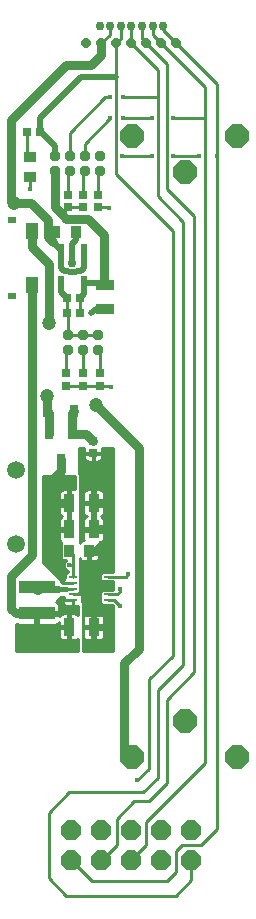
<source format=gtl>
G75*
%MOIN*%
%OFA0B0*%
%FSLAX25Y25*%
%IPPOS*%
%LPD*%
%AMOC8*
5,1,8,0,0,1.08239X$1,22.5*
%
%ADD10OC8,0.06600*%
%ADD11OC8,0.03248*%
%ADD12R,0.06496X0.09449*%
%ADD13R,0.03150X0.01102*%
%ADD14R,0.01102X0.02756*%
%ADD15R,0.12008X0.04488*%
%ADD16R,0.03800X0.06000*%
%ADD17R,0.03500X0.04200*%
%ADD18C,0.05906*%
%ADD19R,0.02700X0.03000*%
%ADD20R,0.04200X0.03500*%
%ADD21OC8,0.07800*%
%ADD22R,0.03000X0.04000*%
%ADD23R,0.03000X0.02700*%
%ADD24R,0.03150X0.03543*%
%ADD25R,0.03150X0.02362*%
%ADD26R,0.04134X0.05709*%
%ADD27R,0.06000X0.03800*%
%ADD28OC8,0.03543*%
%ADD29R,0.02165X0.03937*%
%ADD30C,0.00984*%
%ADD31C,0.02953*%
%ADD32C,0.01772*%
%ADD33C,0.03150*%
%ADD34C,0.02400*%
%ADD35C,0.01969*%
%ADD36C,0.01600*%
%ADD37C,0.03937*%
%ADD38C,0.04724*%
D10*
X0094681Y0066374D03*
X0094681Y0076374D03*
X0104681Y0076374D03*
X0104681Y0066374D03*
X0114681Y0066374D03*
X0114681Y0076374D03*
X0124681Y0076374D03*
X0124681Y0066374D03*
X0134681Y0066374D03*
X0134681Y0076374D03*
D11*
X0129681Y0338736D03*
X0124681Y0338736D03*
X0119681Y0338736D03*
X0114681Y0338736D03*
X0109681Y0338736D03*
X0104681Y0338736D03*
X0099681Y0338736D03*
D12*
X0100902Y0157004D03*
D13*
X0095094Y0157004D03*
X0095094Y0158972D03*
X0095094Y0160941D03*
X0095094Y0155035D03*
X0095094Y0153067D03*
X0106709Y0153067D03*
X0106709Y0155035D03*
X0106709Y0157004D03*
X0106709Y0158972D03*
X0106709Y0160941D03*
D14*
X0101886Y0163106D03*
X0099917Y0163106D03*
X0099917Y0150902D03*
X0101886Y0150902D03*
D15*
X0083185Y0148736D03*
X0083185Y0157398D03*
D16*
X0093849Y0144209D03*
X0102049Y0144209D03*
X0102049Y0176689D03*
X0102049Y0185547D03*
X0093849Y0185547D03*
X0093849Y0176689D03*
D17*
X0093840Y0169642D03*
X0100640Y0169642D03*
X0096034Y0275902D03*
X0089234Y0275902D03*
D18*
X0076295Y0196374D03*
X0076295Y0171768D03*
D19*
X0093290Y0248736D03*
X0093290Y0253854D03*
X0097490Y0253854D03*
X0097490Y0248736D03*
X0084104Y0309169D03*
X0079904Y0309169D03*
D20*
X0081020Y0300955D03*
X0081020Y0294155D03*
D21*
X0114898Y0307713D03*
X0132398Y0295713D03*
X0149898Y0307713D03*
X0132398Y0112713D03*
X0149898Y0100713D03*
X0114898Y0100713D03*
D22*
X0095459Y0216059D03*
X0086659Y0216059D03*
D23*
X0093028Y0224589D03*
X0093028Y0228789D03*
X0098539Y0228789D03*
X0098539Y0224589D03*
X0104051Y0224589D03*
X0104051Y0228789D03*
X0101886Y0206348D03*
X0101886Y0202148D03*
X0103657Y0284038D03*
X0103657Y0288238D03*
X0098539Y0288238D03*
X0098539Y0284038D03*
X0093421Y0284038D03*
X0093421Y0288238D03*
D24*
X0094799Y0208579D03*
X0091059Y0200311D03*
X0087319Y0208579D03*
D25*
X0074720Y0254642D03*
X0074720Y0279839D03*
D26*
X0081512Y0276197D03*
X0081512Y0258283D03*
D27*
X0106020Y0258348D03*
X0106020Y0250148D03*
D28*
X0103539Y0241394D03*
X0103539Y0236394D03*
X0098539Y0236394D03*
X0098539Y0241394D03*
X0093539Y0241394D03*
X0093539Y0236394D03*
X0094071Y0296236D03*
X0094071Y0301236D03*
X0089071Y0301236D03*
X0089071Y0296236D03*
X0099071Y0296236D03*
X0099071Y0301236D03*
X0104071Y0301236D03*
X0104071Y0296236D03*
D29*
X0098736Y0269799D03*
X0094996Y0269799D03*
X0091256Y0269799D03*
X0091256Y0259169D03*
X0098736Y0259169D03*
D30*
X0076295Y0145281D02*
X0076295Y0136335D01*
X0096965Y0136335D01*
X0096965Y0140330D01*
X0096943Y0140292D01*
X0096665Y0140015D01*
X0096325Y0139818D01*
X0095945Y0139717D01*
X0094307Y0139717D01*
X0094307Y0143751D01*
X0093391Y0143751D01*
X0090457Y0143751D01*
X0090457Y0141012D01*
X0090558Y0140633D01*
X0090755Y0140292D01*
X0091033Y0140015D01*
X0091373Y0139818D01*
X0091752Y0139717D01*
X0093391Y0139717D01*
X0093391Y0143751D01*
X0093391Y0144667D01*
X0093391Y0148701D01*
X0091752Y0148701D01*
X0091373Y0148599D01*
X0091033Y0148403D01*
X0090755Y0148125D01*
X0090681Y0147997D01*
X0090681Y0148244D01*
X0083677Y0148244D01*
X0083677Y0145000D01*
X0089385Y0145000D01*
X0089765Y0145102D01*
X0090105Y0145298D01*
X0090383Y0145576D01*
X0090457Y0145704D01*
X0090457Y0144667D01*
X0093391Y0144667D01*
X0094307Y0144667D01*
X0094307Y0148701D01*
X0095945Y0148701D01*
X0096325Y0148599D01*
X0096665Y0148403D01*
X0096943Y0148125D01*
X0096965Y0148087D01*
X0096965Y0151050D01*
X0096866Y0151024D01*
X0095095Y0151024D01*
X0095095Y0153067D01*
X0095094Y0153067D01*
X0095094Y0153067D01*
X0092028Y0153067D01*
X0092028Y0153815D01*
X0092091Y0154051D01*
X0091059Y0154051D01*
X0089460Y0152452D01*
X0089765Y0152371D01*
X0090105Y0152174D01*
X0090383Y0151896D01*
X0090579Y0151556D01*
X0090681Y0151177D01*
X0090681Y0149228D01*
X0083677Y0149228D01*
X0083677Y0148244D01*
X0082693Y0148244D01*
X0082693Y0145000D01*
X0076985Y0145000D01*
X0076605Y0145102D01*
X0076295Y0145281D01*
X0076295Y0145047D02*
X0076809Y0145047D01*
X0076295Y0144064D02*
X0093391Y0144064D01*
X0093391Y0143081D02*
X0094307Y0143081D01*
X0094307Y0142099D02*
X0093391Y0142099D01*
X0093391Y0141116D02*
X0094307Y0141116D01*
X0094307Y0140133D02*
X0093391Y0140133D01*
X0090914Y0140133D02*
X0076295Y0140133D01*
X0076295Y0139150D02*
X0096965Y0139150D01*
X0096965Y0138168D02*
X0076295Y0138168D01*
X0076295Y0137185D02*
X0096965Y0137185D01*
X0098449Y0137185D02*
X0108382Y0137185D01*
X0108382Y0138168D02*
X0098449Y0138168D01*
X0098449Y0139150D02*
X0108382Y0139150D01*
X0108382Y0140133D02*
X0104984Y0140133D01*
X0104865Y0140015D02*
X0105143Y0140292D01*
X0105339Y0140633D01*
X0105441Y0141012D01*
X0105441Y0143751D01*
X0102507Y0143751D01*
X0102507Y0144667D01*
X0101591Y0144667D01*
X0101591Y0148031D01*
X0101886Y0148031D01*
X0102507Y0148031D01*
X0102507Y0144667D01*
X0105441Y0144667D01*
X0105441Y0147405D01*
X0105339Y0147785D01*
X0105143Y0148125D01*
X0104865Y0148403D01*
X0104525Y0148599D01*
X0104145Y0148701D01*
X0103685Y0148701D01*
X0103827Y0148948D01*
X0103929Y0149327D01*
X0103929Y0150787D01*
X0104346Y0150787D01*
X0104726Y0150889D01*
X0105066Y0151086D01*
X0105344Y0151363D01*
X0105436Y0151524D01*
X0108220Y0151524D01*
X0108382Y0151362D01*
X0108382Y0148343D01*
X0098449Y0148343D01*
X0098449Y0154666D01*
X0097579Y0155535D01*
X0097358Y0155535D01*
X0097358Y0155739D01*
X0097661Y0156042D01*
X0097661Y0157966D01*
X0097639Y0157988D01*
X0097661Y0158010D01*
X0097661Y0159935D01*
X0097639Y0159957D01*
X0097661Y0159979D01*
X0097661Y0161903D01*
X0097465Y0162100D01*
X0097465Y0165665D01*
X0108382Y0165665D01*
X0108382Y0162484D01*
X0104723Y0162484D01*
X0104142Y0161903D01*
X0104142Y0159979D01*
X0104723Y0159398D01*
X0108382Y0159398D01*
X0108382Y0156579D01*
X0104723Y0156579D01*
X0104142Y0155998D01*
X0104142Y0154073D01*
X0104164Y0154051D01*
X0104142Y0154029D01*
X0104142Y0152105D01*
X0104723Y0151524D01*
X0108220Y0151524D01*
X0108382Y0151362D01*
X0108382Y0136138D01*
X0098449Y0136138D01*
X0098449Y0148331D01*
X0098450Y0148330D01*
X0098790Y0148133D01*
X0098937Y0148094D01*
X0098758Y0147785D01*
X0098657Y0147405D01*
X0098657Y0144667D01*
X0101591Y0144667D01*
X0101591Y0143751D01*
X0098657Y0143751D01*
X0098657Y0141012D01*
X0098758Y0140633D01*
X0098955Y0140292D01*
X0099233Y0140015D01*
X0099573Y0139818D01*
X0099952Y0139717D01*
X0101591Y0139717D01*
X0101591Y0143751D01*
X0102507Y0143751D01*
X0102507Y0139717D01*
X0104145Y0139717D01*
X0104525Y0139818D01*
X0104865Y0140015D01*
X0105441Y0141116D02*
X0108382Y0141116D01*
X0108382Y0142099D02*
X0105441Y0142099D01*
X0105441Y0143081D02*
X0108382Y0143081D01*
X0108382Y0144064D02*
X0102507Y0144064D01*
X0101591Y0144064D02*
X0098449Y0144064D01*
X0098449Y0143081D02*
X0098657Y0143081D01*
X0098657Y0142099D02*
X0098449Y0142099D01*
X0098449Y0141116D02*
X0098657Y0141116D01*
X0098449Y0140133D02*
X0099114Y0140133D01*
X0096965Y0140133D02*
X0096784Y0140133D01*
X0098449Y0136202D02*
X0108382Y0136202D01*
X0108382Y0145047D02*
X0105441Y0145047D01*
X0105441Y0146030D02*
X0108382Y0146030D01*
X0108382Y0147013D02*
X0105441Y0147013D01*
X0105218Y0147995D02*
X0108382Y0147995D01*
X0108382Y0148978D02*
X0098449Y0148978D01*
X0098449Y0147995D02*
X0098880Y0147995D01*
X0098657Y0147013D02*
X0098449Y0147013D01*
X0098449Y0146030D02*
X0098657Y0146030D01*
X0098657Y0145047D02*
X0098449Y0145047D01*
X0096965Y0148978D02*
X0083677Y0148978D01*
X0083677Y0147995D02*
X0082693Y0147995D01*
X0082693Y0147013D02*
X0083677Y0147013D01*
X0083677Y0146030D02*
X0082693Y0146030D01*
X0082693Y0145047D02*
X0083677Y0145047D01*
X0089561Y0145047D02*
X0090457Y0145047D01*
X0090457Y0143081D02*
X0076295Y0143081D01*
X0076295Y0142099D02*
X0090457Y0142099D01*
X0090457Y0141116D02*
X0076295Y0141116D01*
X0089262Y0161754D02*
X0092528Y0161754D01*
X0092528Y0161903D02*
X0092528Y0160642D01*
X0092326Y0160440D01*
X0092129Y0160100D01*
X0092028Y0159720D01*
X0092028Y0158988D01*
X0085154Y0165862D01*
X0085154Y0194406D01*
X0095980Y0194406D01*
X0095980Y0190030D01*
X0095945Y0190039D01*
X0094307Y0190039D01*
X0094307Y0186005D01*
X0093391Y0186005D01*
X0093391Y0185089D01*
X0094307Y0185089D01*
X0094307Y0177147D01*
X0093391Y0177147D01*
X0093391Y0181055D01*
X0093391Y0185089D01*
X0090457Y0185089D01*
X0090457Y0182351D01*
X0090558Y0181971D01*
X0090755Y0181631D01*
X0091033Y0181353D01*
X0091373Y0181157D01*
X0091517Y0181118D01*
X0091373Y0181079D01*
X0091033Y0180883D01*
X0090755Y0180605D01*
X0090558Y0180265D01*
X0090457Y0179885D01*
X0090457Y0177147D01*
X0093391Y0177147D01*
X0093391Y0176231D01*
X0090457Y0176231D01*
X0090457Y0173493D01*
X0090558Y0173113D01*
X0090755Y0172773D01*
X0091033Y0172495D01*
X0091291Y0172346D01*
X0091098Y0172153D01*
X0091098Y0167131D01*
X0091679Y0166550D01*
X0093028Y0166550D01*
X0092134Y0165656D01*
X0092134Y0164100D01*
X0093234Y0163000D01*
X0093610Y0163000D01*
X0093610Y0162484D01*
X0093109Y0162484D01*
X0092528Y0161903D01*
X0092528Y0160771D02*
X0090245Y0160771D01*
X0090075Y0160941D02*
X0090075Y0166846D01*
X0090075Y0171768D01*
X0089878Y0171965D01*
X0085941Y0171965D01*
X0085154Y0171582D02*
X0091098Y0171582D01*
X0091098Y0170599D02*
X0085154Y0170599D01*
X0085154Y0169616D02*
X0091098Y0169616D01*
X0091098Y0168633D02*
X0085154Y0168633D01*
X0085154Y0167651D02*
X0091098Y0167651D01*
X0091561Y0166668D02*
X0085154Y0166668D01*
X0085331Y0165685D02*
X0092163Y0165685D01*
X0092134Y0164702D02*
X0086313Y0164702D01*
X0087296Y0163720D02*
X0092514Y0163720D01*
X0093610Y0162737D02*
X0088279Y0162737D01*
X0090075Y0160941D02*
X0092043Y0158972D01*
X0095094Y0158972D01*
X0095094Y0158972D01*
X0092043Y0158972D01*
X0092043Y0158972D01*
X0095094Y0158972D01*
X0095094Y0157004D02*
X0093028Y0157004D01*
X0095094Y0155035D02*
X0097949Y0155035D01*
X0098933Y0154051D01*
X0098449Y0153892D02*
X0104142Y0153892D01*
X0104142Y0154875D02*
X0098240Y0154875D01*
X0097477Y0155857D02*
X0104142Y0155857D01*
X0103642Y0156512D02*
X0101394Y0156512D01*
X0101394Y0157496D01*
X0103642Y0157496D01*
X0103642Y0157004D01*
X0104658Y0157004D01*
X0104659Y0157004D01*
X0103642Y0157004D01*
X0103642Y0156512D01*
X0103642Y0156840D02*
X0101394Y0156840D01*
X0101394Y0156512D02*
X0101394Y0153772D01*
X0101138Y0153772D01*
X0100902Y0153708D01*
X0100665Y0153772D01*
X0100409Y0153772D01*
X0100409Y0156512D01*
X0097854Y0156512D01*
X0097661Y0156705D01*
X0097661Y0157496D01*
X0100409Y0157496D01*
X0100409Y0156512D01*
X0101394Y0156512D01*
X0101394Y0155857D02*
X0100409Y0155857D01*
X0100409Y0154875D02*
X0101394Y0154875D01*
X0101394Y0153892D02*
X0100409Y0153892D01*
X0098449Y0152909D02*
X0104142Y0152909D01*
X0104320Y0151926D02*
X0098449Y0151926D01*
X0098449Y0150944D02*
X0108382Y0150944D01*
X0104820Y0150944D01*
X0103929Y0149961D02*
X0108382Y0149961D01*
X0098449Y0149961D01*
X0096965Y0149961D02*
X0090681Y0149961D01*
X0090681Y0150944D02*
X0096965Y0150944D01*
X0095094Y0151024D02*
X0095094Y0153067D01*
X0092028Y0153067D01*
X0092028Y0152319D01*
X0092129Y0151940D01*
X0092326Y0151600D01*
X0092603Y0151322D01*
X0092944Y0151125D01*
X0093323Y0151024D01*
X0095094Y0151024D01*
X0095094Y0151926D02*
X0095095Y0151926D01*
X0095094Y0152909D02*
X0095095Y0152909D01*
X0097661Y0156840D02*
X0108382Y0156840D01*
X0108382Y0157823D02*
X0097661Y0157823D01*
X0097661Y0158806D02*
X0108382Y0158806D01*
X0106709Y0158806D02*
X0106709Y0158806D01*
X0106709Y0158972D02*
X0106709Y0157004D01*
X0106709Y0157004D01*
X0106709Y0158972D01*
X0106709Y0158972D01*
X0106709Y0157823D02*
X0106709Y0157823D01*
X0106709Y0155035D02*
X0109760Y0155035D01*
X0110744Y0156020D01*
X0110744Y0157004D01*
X0112713Y0160941D02*
X0106709Y0160941D01*
X0105436Y0162484D02*
X0105344Y0162645D01*
X0105066Y0162922D01*
X0104726Y0163119D01*
X0104346Y0163220D01*
X0103929Y0163220D01*
X0103929Y0164681D01*
X0103827Y0165060D01*
X0103631Y0165400D01*
X0103353Y0165678D01*
X0103013Y0165875D01*
X0102633Y0165976D01*
X0101886Y0165976D01*
X0101886Y0164960D01*
X0101886Y0165976D01*
X0101138Y0165976D01*
X0100902Y0165913D01*
X0100665Y0165976D01*
X0099917Y0165976D01*
X0099170Y0165976D01*
X0098790Y0165875D01*
X0098450Y0165678D01*
X0098172Y0165400D01*
X0097976Y0165060D01*
X0097874Y0164681D01*
X0097874Y0163220D01*
X0097465Y0163220D01*
X0097465Y0167097D01*
X0097500Y0166966D01*
X0097696Y0166626D01*
X0097974Y0166348D01*
X0098314Y0166151D01*
X0098694Y0166050D01*
X0100257Y0166050D01*
X0100257Y0169259D01*
X0101023Y0169259D01*
X0101023Y0170025D01*
X0103882Y0170025D01*
X0103882Y0171938D01*
X0103813Y0172197D01*
X0104145Y0172197D01*
X0104525Y0172299D01*
X0104865Y0172495D01*
X0105143Y0172773D01*
X0105339Y0173113D01*
X0105441Y0173493D01*
X0105441Y0176231D01*
X0102507Y0176231D01*
X0102507Y0177147D01*
X0105441Y0177147D01*
X0105441Y0179885D01*
X0105339Y0180265D01*
X0105143Y0180605D01*
X0104865Y0180883D01*
X0104525Y0181079D01*
X0104380Y0181118D01*
X0104525Y0181157D01*
X0104865Y0181353D01*
X0105143Y0181631D01*
X0105339Y0181971D01*
X0105441Y0182351D01*
X0105441Y0185089D01*
X0102507Y0185089D01*
X0102507Y0186005D01*
X0105441Y0186005D01*
X0105441Y0188744D01*
X0105339Y0189123D01*
X0105143Y0189463D01*
X0104865Y0189741D01*
X0104525Y0189938D01*
X0104145Y0190039D01*
X0102507Y0190039D01*
X0102507Y0186005D01*
X0101591Y0186005D01*
X0101591Y0185089D01*
X0102507Y0185089D01*
X0102507Y0177147D01*
X0101591Y0177147D01*
X0101591Y0181055D01*
X0101591Y0185089D01*
X0098657Y0185089D01*
X0098657Y0182351D01*
X0098758Y0181971D01*
X0098955Y0181631D01*
X0099233Y0181353D01*
X0099573Y0181157D01*
X0099717Y0181118D01*
X0099573Y0181079D01*
X0099233Y0180883D01*
X0098955Y0180605D01*
X0098758Y0180265D01*
X0098657Y0179885D01*
X0098657Y0177147D01*
X0101591Y0177147D01*
X0101591Y0176231D01*
X0098657Y0176231D01*
X0098657Y0173493D01*
X0098726Y0173234D01*
X0098694Y0173234D01*
X0098314Y0173132D01*
X0097974Y0172936D01*
X0097696Y0172658D01*
X0097500Y0172318D01*
X0097465Y0172186D01*
X0097465Y0195020D01*
X0097358Y0195127D01*
X0097358Y0203854D01*
X0098937Y0203854D01*
X0098894Y0203694D01*
X0098894Y0202331D01*
X0101703Y0202331D01*
X0101703Y0201965D01*
X0102069Y0201965D01*
X0102069Y0202331D01*
X0104878Y0202331D01*
X0104878Y0203694D01*
X0104835Y0203854D01*
X0108382Y0203854D01*
X0108382Y0162484D01*
X0105436Y0162484D01*
X0105251Y0162737D02*
X0108382Y0162737D01*
X0097465Y0162737D01*
X0097465Y0163720D02*
X0108382Y0163720D01*
X0103929Y0163720D01*
X0103923Y0164702D02*
X0108382Y0164702D01*
X0097465Y0164702D01*
X0097880Y0164702D01*
X0097874Y0163720D02*
X0097465Y0163720D01*
X0097465Y0165685D02*
X0098462Y0165685D01*
X0097672Y0166668D02*
X0097465Y0166668D01*
X0099917Y0165976D02*
X0099917Y0164960D01*
X0099917Y0164960D01*
X0099917Y0165976D01*
X0099917Y0165685D02*
X0099917Y0165685D01*
X0100257Y0166668D02*
X0101023Y0166668D01*
X0101023Y0166050D02*
X0102587Y0166050D01*
X0102966Y0166151D01*
X0103306Y0166348D01*
X0103584Y0166626D01*
X0103781Y0166966D01*
X0103882Y0167345D01*
X0103882Y0169259D01*
X0101023Y0169259D01*
X0101023Y0166050D01*
X0101886Y0165685D02*
X0101886Y0165685D01*
X0101886Y0164960D02*
X0101886Y0164960D01*
X0103341Y0165685D02*
X0108382Y0165685D01*
X0108382Y0166668D02*
X0103609Y0166668D01*
X0103882Y0167651D02*
X0108382Y0167651D01*
X0108382Y0168633D02*
X0103882Y0168633D01*
X0103882Y0170599D02*
X0108382Y0170599D01*
X0108382Y0171582D02*
X0103882Y0171582D01*
X0104934Y0172564D02*
X0108382Y0172564D01*
X0108382Y0173547D02*
X0105441Y0173547D01*
X0105441Y0174530D02*
X0108382Y0174530D01*
X0108382Y0175513D02*
X0105441Y0175513D01*
X0105441Y0177478D02*
X0108382Y0177478D01*
X0108382Y0176495D02*
X0102507Y0176495D01*
X0101591Y0176495D02*
X0097465Y0176495D01*
X0097465Y0175513D02*
X0098657Y0175513D01*
X0098657Y0174530D02*
X0097465Y0174530D01*
X0097465Y0173547D02*
X0098657Y0173547D01*
X0097642Y0172564D02*
X0097465Y0172564D01*
X0101023Y0169616D02*
X0108382Y0169616D01*
X0108382Y0178461D02*
X0105441Y0178461D01*
X0105441Y0179444D02*
X0108382Y0179444D01*
X0108382Y0180427D02*
X0105246Y0180427D01*
X0104921Y0181409D02*
X0108382Y0181409D01*
X0108382Y0182392D02*
X0105441Y0182392D01*
X0105441Y0183375D02*
X0108382Y0183375D01*
X0108382Y0184358D02*
X0105441Y0184358D01*
X0105441Y0186323D02*
X0108382Y0186323D01*
X0108382Y0185340D02*
X0102507Y0185340D01*
X0101591Y0185340D02*
X0097465Y0185340D01*
X0097465Y0184358D02*
X0098657Y0184358D01*
X0098657Y0183375D02*
X0097465Y0183375D01*
X0097465Y0182392D02*
X0098657Y0182392D01*
X0099177Y0181409D02*
X0097465Y0181409D01*
X0097465Y0180427D02*
X0098852Y0180427D01*
X0098657Y0179444D02*
X0097465Y0179444D01*
X0097465Y0178461D02*
X0098657Y0178461D01*
X0098657Y0177478D02*
X0097465Y0177478D01*
X0094307Y0177478D02*
X0093391Y0177478D01*
X0093391Y0176495D02*
X0085154Y0176495D01*
X0085154Y0175513D02*
X0090457Y0175513D01*
X0090457Y0174530D02*
X0085154Y0174530D01*
X0085154Y0173547D02*
X0090457Y0173547D01*
X0090963Y0172564D02*
X0085154Y0172564D01*
X0085154Y0177478D02*
X0090457Y0177478D01*
X0090457Y0178461D02*
X0085154Y0178461D01*
X0085154Y0179444D02*
X0090457Y0179444D01*
X0090652Y0180427D02*
X0085154Y0180427D01*
X0085154Y0181409D02*
X0090977Y0181409D01*
X0090457Y0182392D02*
X0085154Y0182392D01*
X0085154Y0183375D02*
X0090457Y0183375D01*
X0090457Y0184358D02*
X0085154Y0184358D01*
X0085154Y0185340D02*
X0093391Y0185340D01*
X0093391Y0186005D02*
X0090457Y0186005D01*
X0090457Y0188744D01*
X0090558Y0189123D01*
X0090755Y0189463D01*
X0091033Y0189741D01*
X0091373Y0189938D01*
X0091752Y0190039D01*
X0093391Y0190039D01*
X0093391Y0186005D01*
X0093391Y0186323D02*
X0094307Y0186323D01*
X0094307Y0187306D02*
X0093391Y0187306D01*
X0093391Y0188289D02*
X0094307Y0188289D01*
X0094307Y0189271D02*
X0093391Y0189271D01*
X0090644Y0189271D02*
X0085154Y0189271D01*
X0085154Y0188289D02*
X0090457Y0188289D01*
X0090457Y0187306D02*
X0085154Y0187306D01*
X0085154Y0186323D02*
X0090457Y0186323D01*
X0093391Y0184358D02*
X0094307Y0184358D01*
X0094307Y0183375D02*
X0093391Y0183375D01*
X0093391Y0182392D02*
X0094307Y0182392D01*
X0094307Y0181409D02*
X0093391Y0181409D01*
X0093391Y0180427D02*
X0094307Y0180427D01*
X0094307Y0179444D02*
X0093391Y0179444D01*
X0093391Y0178461D02*
X0094307Y0178461D01*
X0097465Y0186323D02*
X0098657Y0186323D01*
X0098657Y0186005D02*
X0101591Y0186005D01*
X0101591Y0190039D01*
X0099952Y0190039D01*
X0099573Y0189938D01*
X0099233Y0189741D01*
X0098955Y0189463D01*
X0098758Y0189123D01*
X0098657Y0188744D01*
X0098657Y0186005D01*
X0098657Y0187306D02*
X0097465Y0187306D01*
X0097465Y0188289D02*
X0098657Y0188289D01*
X0098844Y0189271D02*
X0097465Y0189271D01*
X0097465Y0190254D02*
X0108382Y0190254D01*
X0108382Y0189271D02*
X0105254Y0189271D01*
X0105441Y0188289D02*
X0108382Y0188289D01*
X0108382Y0187306D02*
X0105441Y0187306D01*
X0102507Y0187306D02*
X0101591Y0187306D01*
X0101591Y0188289D02*
X0102507Y0188289D01*
X0102507Y0189271D02*
X0101591Y0189271D01*
X0101591Y0186323D02*
X0102507Y0186323D01*
X0102507Y0184358D02*
X0101591Y0184358D01*
X0101591Y0183375D02*
X0102507Y0183375D01*
X0102507Y0182392D02*
X0101591Y0182392D01*
X0101591Y0181409D02*
X0102507Y0181409D01*
X0102507Y0180427D02*
X0101591Y0180427D01*
X0101591Y0179444D02*
X0102507Y0179444D01*
X0102507Y0178461D02*
X0101591Y0178461D01*
X0101591Y0177478D02*
X0102507Y0177478D01*
X0101023Y0168633D02*
X0100257Y0168633D01*
X0100257Y0167651D02*
X0101023Y0167651D01*
X0101394Y0163106D02*
X0100409Y0163106D01*
X0100409Y0163106D01*
X0101394Y0163106D01*
X0101394Y0163106D01*
X0100902Y0160300D02*
X0101138Y0160236D01*
X0101394Y0160236D01*
X0101394Y0157496D01*
X0100409Y0157496D01*
X0100409Y0160236D01*
X0100665Y0160236D01*
X0100902Y0160300D01*
X0100409Y0159788D02*
X0101394Y0159788D01*
X0101394Y0158806D02*
X0100409Y0158806D01*
X0100409Y0157823D02*
X0101394Y0157823D01*
X0100409Y0156840D02*
X0097661Y0156840D01*
X0097661Y0159788D02*
X0104332Y0159788D01*
X0104142Y0160771D02*
X0097661Y0160771D01*
X0097661Y0161754D02*
X0104142Y0161754D01*
X0106709Y0153067D02*
X0108776Y0153067D01*
X0110744Y0151098D01*
X0108382Y0148978D02*
X0103836Y0148978D01*
X0102507Y0147995D02*
X0101591Y0147995D01*
X0101886Y0148031D02*
X0101886Y0149048D01*
X0101886Y0148031D01*
X0101886Y0148978D02*
X0101886Y0148978D01*
X0101886Y0149048D02*
X0101886Y0149048D01*
X0101394Y0150902D02*
X0101394Y0150902D01*
X0100409Y0150902D01*
X0100409Y0150902D01*
X0101394Y0150902D01*
X0101591Y0147013D02*
X0102507Y0147013D01*
X0102507Y0146030D02*
X0101591Y0146030D01*
X0101591Y0145047D02*
X0102507Y0145047D01*
X0102507Y0143081D02*
X0101591Y0143081D01*
X0101591Y0142099D02*
X0102507Y0142099D01*
X0102507Y0141116D02*
X0101591Y0141116D01*
X0101591Y0140133D02*
X0102507Y0140133D01*
X0094307Y0145047D02*
X0093391Y0145047D01*
X0093391Y0146030D02*
X0094307Y0146030D01*
X0094307Y0147013D02*
X0093391Y0147013D01*
X0093391Y0147995D02*
X0094307Y0147995D01*
X0092137Y0151926D02*
X0090353Y0151926D01*
X0089917Y0152909D02*
X0092028Y0152909D01*
X0092048Y0153892D02*
X0090900Y0153892D01*
X0091227Y0159788D02*
X0092046Y0159788D01*
X0094012Y0164878D02*
X0095094Y0164878D01*
X0095094Y0168387D01*
X0093840Y0169642D01*
X0095094Y0164878D02*
X0095094Y0160941D01*
X0112713Y0160941D02*
X0113697Y0161925D01*
X0128461Y0134563D02*
X0128461Y0276295D01*
X0109681Y0295075D01*
X0109681Y0327476D01*
X0109681Y0338736D01*
X0111138Y0340193D01*
X0111138Y0344406D01*
X0114681Y0344406D02*
X0114681Y0338736D01*
X0123539Y0329878D01*
X0123539Y0320390D01*
X0123146Y0320783D01*
X0111728Y0320783D01*
X0107594Y0320783D02*
X0106020Y0320783D01*
X0094071Y0308835D01*
X0094071Y0301236D01*
X0094071Y0296236D02*
X0093421Y0295587D01*
X0093421Y0288238D01*
X0093421Y0284038D02*
X0091453Y0282069D01*
X0091453Y0281807D01*
X0093028Y0283776D02*
X0093159Y0283776D01*
X0093421Y0284038D01*
X0093290Y0284038D01*
X0093028Y0283776D01*
X0093421Y0284038D02*
X0098539Y0284038D01*
X0098539Y0288238D02*
X0098539Y0295705D01*
X0099071Y0296236D01*
X0099071Y0301236D02*
X0099071Y0305173D01*
X0107594Y0313697D01*
X0111728Y0313697D02*
X0121374Y0313697D01*
X0123539Y0320390D02*
X0123539Y0287713D01*
X0132004Y0279248D01*
X0132004Y0131610D01*
X0123539Y0123146D01*
X0123539Y0094012D01*
X0118618Y0089091D01*
X0094012Y0089091D01*
X0087122Y0082201D01*
X0087122Y0060547D01*
X0093028Y0054642D01*
X0129445Y0054642D01*
X0134681Y0059878D01*
X0134681Y0066374D01*
X0137909Y0071374D02*
X0131413Y0071374D01*
X0129445Y0069406D01*
X0129445Y0062516D01*
X0126492Y0059563D01*
X0101492Y0059563D01*
X0094681Y0066374D01*
X0104681Y0066374D02*
X0104760Y0066374D01*
X0109760Y0071374D01*
X0109760Y0080232D01*
X0115665Y0086138D01*
X0120587Y0086138D01*
X0126492Y0092043D01*
X0126492Y0119996D01*
X0135547Y0129051D01*
X0135547Y0281217D01*
X0126492Y0290272D01*
X0126492Y0331925D01*
X0119681Y0338736D01*
X0118224Y0340193D01*
X0118224Y0344406D01*
X0121768Y0344406D02*
X0121768Y0341650D01*
X0124681Y0338736D01*
X0139287Y0324130D01*
X0139287Y0313697D01*
X0128470Y0313697D01*
X0128657Y0301098D02*
X0137122Y0301098D01*
X0143224Y0301098D02*
X0143224Y0076689D01*
X0137909Y0071374D01*
X0119602Y0079248D02*
X0139287Y0098933D01*
X0139287Y0313697D01*
X0143224Y0325193D02*
X0143224Y0301098D01*
X0143224Y0325193D02*
X0129681Y0338736D01*
X0125311Y0343106D01*
X0125311Y0344406D01*
X0107594Y0344406D02*
X0107594Y0341650D01*
X0104681Y0338736D01*
X0084301Y0309366D02*
X0084104Y0309169D01*
X0079904Y0309169D02*
X0079904Y0302071D01*
X0081020Y0300955D01*
X0081020Y0294155D02*
X0081020Y0290272D01*
X0080823Y0290075D01*
X0093290Y0253854D02*
X0093290Y0248736D01*
X0093539Y0248487D01*
X0093539Y0241394D01*
X0098539Y0241394D01*
X0103539Y0241394D01*
X0103539Y0236394D02*
X0104051Y0235882D01*
X0104051Y0228789D01*
X0104051Y0224589D02*
X0107726Y0224589D01*
X0107988Y0224327D01*
X0104051Y0224589D02*
X0098539Y0224589D01*
X0093028Y0224589D01*
X0093028Y0228789D02*
X0093028Y0235882D01*
X0093539Y0236394D01*
X0098539Y0236394D02*
X0098539Y0228789D01*
X0087122Y0221965D02*
X0087122Y0221768D01*
X0086531Y0221177D01*
X0097358Y0203030D02*
X0098894Y0203030D01*
X0098894Y0201965D02*
X0098894Y0200602D01*
X0098995Y0200222D01*
X0099192Y0199882D01*
X0099470Y0199604D01*
X0099810Y0199408D01*
X0100189Y0199306D01*
X0101703Y0199306D01*
X0101703Y0201965D01*
X0098894Y0201965D01*
X0098894Y0201065D02*
X0097358Y0201065D01*
X0097358Y0202047D02*
X0101703Y0202047D01*
X0102069Y0202047D02*
X0108382Y0202047D01*
X0108382Y0201065D02*
X0104878Y0201065D01*
X0104878Y0200602D02*
X0104878Y0201965D01*
X0102069Y0201965D01*
X0102069Y0199306D01*
X0103582Y0199306D01*
X0103962Y0199408D01*
X0104302Y0199604D01*
X0104580Y0199882D01*
X0104776Y0200222D01*
X0104878Y0200602D01*
X0104695Y0200082D02*
X0108382Y0200082D01*
X0108382Y0199099D02*
X0097358Y0199099D01*
X0097358Y0200082D02*
X0099076Y0200082D01*
X0097358Y0198116D02*
X0108382Y0198116D01*
X0108382Y0197133D02*
X0097358Y0197133D01*
X0097358Y0196151D02*
X0108382Y0196151D01*
X0108382Y0195168D02*
X0097358Y0195168D01*
X0097465Y0194185D02*
X0108382Y0194185D01*
X0108382Y0193202D02*
X0097465Y0193202D01*
X0097465Y0192220D02*
X0108382Y0192220D01*
X0108382Y0191237D02*
X0097465Y0191237D01*
X0095980Y0191237D02*
X0085154Y0191237D01*
X0085154Y0192220D02*
X0095980Y0192220D01*
X0095980Y0193202D02*
X0085154Y0193202D01*
X0085154Y0194185D02*
X0095980Y0194185D01*
X0095980Y0190254D02*
X0085154Y0190254D01*
X0101703Y0200082D02*
X0102069Y0200082D01*
X0102069Y0201065D02*
X0101703Y0201065D01*
X0104878Y0203030D02*
X0108382Y0203030D01*
X0097490Y0248736D02*
X0097490Y0253854D01*
X0103657Y0284038D02*
X0106939Y0284038D01*
X0107201Y0283776D01*
X0103657Y0288238D02*
X0103657Y0295823D01*
X0104071Y0296236D01*
X0103657Y0295823D01*
X0111659Y0301098D02*
X0121374Y0301098D01*
X0128461Y0134563D02*
X0120587Y0126689D01*
X0120587Y0096965D01*
X0116650Y0093028D01*
X0119602Y0079248D02*
X0119602Y0071374D01*
X0114681Y0066453D01*
X0114681Y0066374D01*
D31*
X0106413Y0144406D03*
X0104839Y0171571D03*
X0106413Y0176689D03*
X0106413Y0185744D03*
X0106413Y0200705D03*
X0094996Y0265665D03*
X0104051Y0344406D03*
X0107594Y0344406D03*
X0111138Y0344406D03*
X0114681Y0344406D03*
X0118224Y0344406D03*
X0121768Y0344406D03*
X0125311Y0344406D03*
D32*
X0111728Y0320783D03*
X0107594Y0320783D03*
X0107594Y0313697D03*
X0111728Y0313697D03*
X0111659Y0301098D03*
X0121374Y0301098D03*
X0128657Y0301098D03*
X0128470Y0313697D03*
X0121374Y0313697D03*
X0137122Y0301098D03*
X0143224Y0301098D03*
X0107201Y0283776D03*
X0101295Y0248736D03*
X0107988Y0224327D03*
X0085941Y0171965D03*
X0090075Y0166846D03*
X0094012Y0164878D03*
X0098933Y0159957D03*
X0100902Y0157004D03*
X0102870Y0159957D03*
X0102870Y0154051D03*
X0098933Y0154051D03*
X0095980Y0150114D03*
X0110744Y0151098D03*
X0110744Y0157004D03*
X0113697Y0161925D03*
X0116650Y0093028D03*
X0080823Y0290075D03*
D33*
X0081167Y0285400D02*
X0075655Y0285400D01*
X0074474Y0286581D01*
X0074474Y0313200D01*
X0092766Y0331492D01*
X0101217Y0331492D01*
X0104681Y0334957D01*
X0104681Y0338736D01*
X0089091Y0296236D02*
X0089071Y0296236D01*
X0089071Y0284189D01*
X0091453Y0281807D01*
X0093028Y0280232D01*
X0100114Y0280232D01*
X0105626Y0274720D01*
X0105626Y0259366D01*
X0105624Y0259327D01*
X0105618Y0259289D01*
X0105609Y0259252D01*
X0105596Y0259215D01*
X0105579Y0259180D01*
X0105560Y0259147D01*
X0105537Y0259116D01*
X0105511Y0259087D01*
X0105482Y0259061D01*
X0105451Y0259038D01*
X0105418Y0259019D01*
X0105383Y0259002D01*
X0105346Y0258989D01*
X0105309Y0258980D01*
X0105271Y0258974D01*
X0105232Y0258972D01*
X0088697Y0272358D02*
X0086728Y0274327D01*
X0086728Y0279839D01*
X0081167Y0285400D01*
X0081610Y0276689D02*
X0081512Y0276591D01*
X0081512Y0276197D01*
X0081610Y0276689D02*
X0081610Y0270783D01*
X0087354Y0265040D01*
X0087354Y0245587D01*
X0081512Y0258283D02*
X0081512Y0198587D01*
X0081423Y0198498D01*
X0081423Y0168234D01*
X0074524Y0161335D01*
X0074524Y0150311D01*
X0076098Y0148736D01*
X0083185Y0148736D01*
X0083185Y0149130D01*
X0100640Y0169642D02*
X0102909Y0169642D01*
X0104839Y0171571D01*
X0106413Y0176689D02*
X0102049Y0176689D01*
X0102049Y0185547D02*
X0106413Y0185547D01*
X0117043Y0203854D02*
X0117043Y0136925D01*
X0112319Y0132201D01*
X0112319Y0103291D01*
X0114898Y0100713D01*
X0093849Y0185547D02*
X0087122Y0185547D01*
X0087122Y0192205D01*
X0091059Y0196142D01*
X0091059Y0200311D01*
X0087319Y0208579D02*
X0087319Y0215399D01*
X0086659Y0216059D01*
X0086531Y0216367D02*
X0086531Y0221177D01*
X0086531Y0216367D02*
X0086533Y0216329D01*
X0086538Y0216291D01*
X0086546Y0216254D01*
X0086557Y0216218D01*
X0086572Y0216183D01*
X0086589Y0216149D01*
X0086610Y0216117D01*
X0086633Y0216087D01*
X0086659Y0216059D01*
X0094799Y0215399D02*
X0094799Y0208579D01*
X0099655Y0208579D01*
X0101886Y0206348D01*
X0102870Y0218028D02*
X0117043Y0203854D01*
X0095459Y0216059D02*
X0094799Y0215399D01*
D34*
X0106413Y0200848D02*
X0106413Y0200705D01*
X0106413Y0185744D02*
X0106413Y0185547D01*
X0090075Y0157004D02*
X0083579Y0157004D01*
X0102049Y0144209D02*
X0106413Y0144209D01*
X0106413Y0144406D01*
D35*
X0101295Y0248736D02*
X0102707Y0250148D01*
X0106020Y0250148D01*
X0106020Y0258348D02*
X0106020Y0258972D01*
X0105626Y0259366D01*
X0105232Y0258972D02*
X0098933Y0258972D01*
X0098736Y0259169D01*
X0098736Y0255101D01*
X0097490Y0253854D01*
X0093290Y0253854D02*
X0091256Y0255888D01*
X0091256Y0259169D01*
X0092240Y0262909D02*
X0091256Y0263894D01*
X0091256Y0269799D01*
X0088697Y0272358D01*
X0086728Y0274327D02*
X0088303Y0275902D01*
X0089234Y0275902D01*
X0096034Y0275902D02*
X0096177Y0275758D01*
X0096177Y0273146D01*
X0094996Y0271965D01*
X0094996Y0269799D01*
X0094996Y0265665D01*
X0093424Y0262909D02*
X0093728Y0262605D01*
X0096264Y0262605D01*
X0096569Y0262909D01*
X0097752Y0262909D01*
X0098736Y0263894D01*
X0098736Y0269799D01*
X0093424Y0262909D02*
X0092240Y0262909D01*
X0089071Y0301236D02*
X0089071Y0304596D01*
X0084301Y0309366D01*
X0084104Y0309169D02*
X0084104Y0313828D01*
X0097752Y0327476D01*
X0109681Y0327476D01*
D36*
X0093028Y0157004D02*
X0090075Y0157004D01*
D37*
X0083579Y0157004D02*
X0083185Y0157398D01*
D38*
X0102870Y0218028D03*
X0086531Y0221177D03*
X0087354Y0245587D03*
X0075655Y0285400D03*
M02*

</source>
